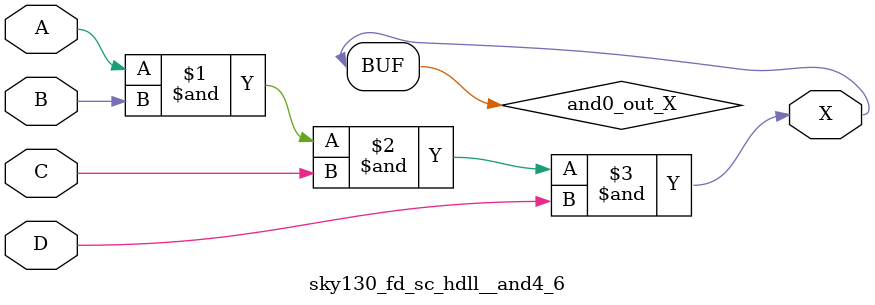
<source format=v>
module sky130_fd_sc_hdll__and4_6 (
    X,
    A,
    B,
    C,
    D
);
    output X;
    input  A;
    input  B;
    input  C;
    input  D;
    wire and0_out_X;
    and and0 (and0_out_X, A, B, C, D     );
    buf buf0 (X         , and0_out_X     );
endmodule
</source>
